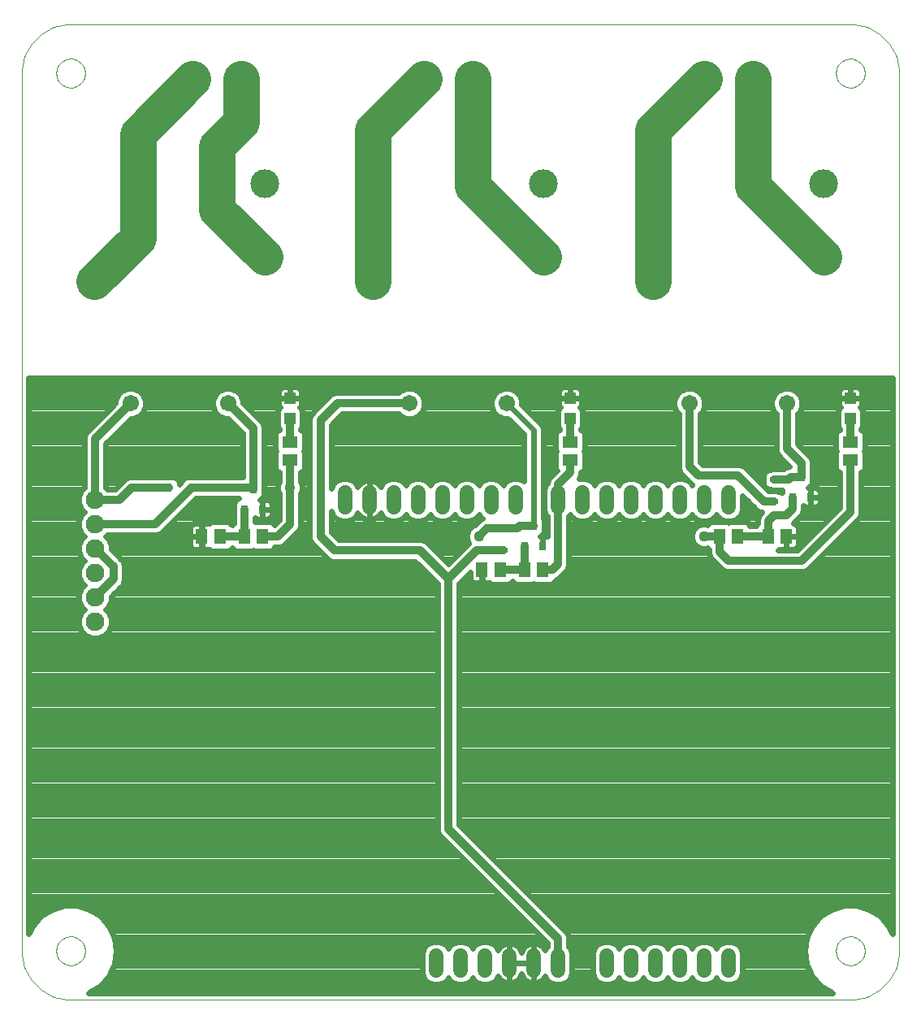
<source format=gtl>
G75*
G70*
%OFA0B0*%
%FSLAX24Y24*%
%IPPOS*%
%LPD*%
%AMOC8*
5,1,8,0,0,1.08239X$1,22.5*
%
%ADD10C,0.0000*%
%ADD11C,0.1181*%
%ADD12C,0.1210*%
%ADD13C,0.0673*%
%ADD14C,0.1300*%
%ADD15C,0.0760*%
%ADD16R,0.0315X0.0354*%
%ADD17R,0.0512X0.0630*%
%ADD18R,0.0472X0.0472*%
%ADD19R,0.0248X0.0327*%
%ADD20R,0.0327X0.0248*%
%ADD21C,0.0594*%
%ADD22R,0.0630X0.0512*%
%ADD23C,0.0320*%
%ADD24C,0.0160*%
%ADD25C,0.0240*%
%ADD26C,0.0436*%
%ADD27C,0.1500*%
D10*
X000728Y002728D02*
X000728Y038728D01*
X002137Y038728D02*
X002139Y038776D01*
X002145Y038824D01*
X002155Y038871D01*
X002168Y038917D01*
X002186Y038962D01*
X002206Y039006D01*
X002231Y039048D01*
X002259Y039087D01*
X002289Y039124D01*
X002323Y039158D01*
X002360Y039190D01*
X002398Y039219D01*
X002439Y039244D01*
X002482Y039266D01*
X002527Y039284D01*
X002573Y039298D01*
X002620Y039309D01*
X002668Y039316D01*
X002716Y039319D01*
X002764Y039318D01*
X002812Y039313D01*
X002860Y039304D01*
X002906Y039292D01*
X002951Y039275D01*
X002995Y039255D01*
X003037Y039232D01*
X003077Y039205D01*
X003115Y039175D01*
X003150Y039142D01*
X003182Y039106D01*
X003212Y039068D01*
X003238Y039027D01*
X003260Y038984D01*
X003280Y038940D01*
X003295Y038895D01*
X003307Y038848D01*
X003315Y038800D01*
X003319Y038752D01*
X003319Y038704D01*
X003315Y038656D01*
X003307Y038608D01*
X003295Y038561D01*
X003280Y038516D01*
X003260Y038472D01*
X003238Y038429D01*
X003212Y038388D01*
X003182Y038350D01*
X003150Y038314D01*
X003115Y038281D01*
X003077Y038251D01*
X003037Y038224D01*
X002995Y038201D01*
X002951Y038181D01*
X002906Y038164D01*
X002860Y038152D01*
X002812Y038143D01*
X002764Y038138D01*
X002716Y038137D01*
X002668Y038140D01*
X002620Y038147D01*
X002573Y038158D01*
X002527Y038172D01*
X002482Y038190D01*
X002439Y038212D01*
X002398Y038237D01*
X002360Y038266D01*
X002323Y038298D01*
X002289Y038332D01*
X002259Y038369D01*
X002231Y038408D01*
X002206Y038450D01*
X002186Y038494D01*
X002168Y038539D01*
X002155Y038585D01*
X002145Y038632D01*
X002139Y038680D01*
X002137Y038728D01*
X000728Y038728D02*
X000730Y038823D01*
X000737Y038918D01*
X000748Y039013D01*
X000764Y039107D01*
X000784Y039200D01*
X000809Y039291D01*
X000838Y039382D01*
X000871Y039471D01*
X000909Y039559D01*
X000950Y039644D01*
X000996Y039728D01*
X001045Y039809D01*
X001099Y039888D01*
X001156Y039964D01*
X001217Y040038D01*
X001281Y040108D01*
X001348Y040175D01*
X001418Y040239D01*
X001492Y040300D01*
X001568Y040357D01*
X001647Y040411D01*
X001728Y040460D01*
X001812Y040506D01*
X001897Y040547D01*
X001985Y040585D01*
X002074Y040618D01*
X002165Y040647D01*
X002256Y040672D01*
X002349Y040692D01*
X002443Y040708D01*
X002538Y040719D01*
X002633Y040726D01*
X002728Y040728D01*
X034728Y040728D01*
X034137Y038728D02*
X034139Y038776D01*
X034145Y038824D01*
X034155Y038871D01*
X034168Y038917D01*
X034186Y038962D01*
X034206Y039006D01*
X034231Y039048D01*
X034259Y039087D01*
X034289Y039124D01*
X034323Y039158D01*
X034360Y039190D01*
X034398Y039219D01*
X034439Y039244D01*
X034482Y039266D01*
X034527Y039284D01*
X034573Y039298D01*
X034620Y039309D01*
X034668Y039316D01*
X034716Y039319D01*
X034764Y039318D01*
X034812Y039313D01*
X034860Y039304D01*
X034906Y039292D01*
X034951Y039275D01*
X034995Y039255D01*
X035037Y039232D01*
X035077Y039205D01*
X035115Y039175D01*
X035150Y039142D01*
X035182Y039106D01*
X035212Y039068D01*
X035238Y039027D01*
X035260Y038984D01*
X035280Y038940D01*
X035295Y038895D01*
X035307Y038848D01*
X035315Y038800D01*
X035319Y038752D01*
X035319Y038704D01*
X035315Y038656D01*
X035307Y038608D01*
X035295Y038561D01*
X035280Y038516D01*
X035260Y038472D01*
X035238Y038429D01*
X035212Y038388D01*
X035182Y038350D01*
X035150Y038314D01*
X035115Y038281D01*
X035077Y038251D01*
X035037Y038224D01*
X034995Y038201D01*
X034951Y038181D01*
X034906Y038164D01*
X034860Y038152D01*
X034812Y038143D01*
X034764Y038138D01*
X034716Y038137D01*
X034668Y038140D01*
X034620Y038147D01*
X034573Y038158D01*
X034527Y038172D01*
X034482Y038190D01*
X034439Y038212D01*
X034398Y038237D01*
X034360Y038266D01*
X034323Y038298D01*
X034289Y038332D01*
X034259Y038369D01*
X034231Y038408D01*
X034206Y038450D01*
X034186Y038494D01*
X034168Y038539D01*
X034155Y038585D01*
X034145Y038632D01*
X034139Y038680D01*
X034137Y038728D01*
X034728Y040728D02*
X034823Y040726D01*
X034918Y040719D01*
X035013Y040708D01*
X035107Y040692D01*
X035200Y040672D01*
X035291Y040647D01*
X035382Y040618D01*
X035471Y040585D01*
X035559Y040547D01*
X035644Y040506D01*
X035728Y040460D01*
X035809Y040411D01*
X035888Y040357D01*
X035964Y040300D01*
X036038Y040239D01*
X036108Y040175D01*
X036175Y040108D01*
X036239Y040038D01*
X036300Y039964D01*
X036357Y039888D01*
X036411Y039809D01*
X036460Y039728D01*
X036506Y039644D01*
X036547Y039559D01*
X036585Y039471D01*
X036618Y039382D01*
X036647Y039291D01*
X036672Y039200D01*
X036692Y039107D01*
X036708Y039013D01*
X036719Y038918D01*
X036726Y038823D01*
X036728Y038728D01*
X036728Y002728D01*
X034137Y002728D02*
X034139Y002776D01*
X034145Y002824D01*
X034155Y002871D01*
X034168Y002917D01*
X034186Y002962D01*
X034206Y003006D01*
X034231Y003048D01*
X034259Y003087D01*
X034289Y003124D01*
X034323Y003158D01*
X034360Y003190D01*
X034398Y003219D01*
X034439Y003244D01*
X034482Y003266D01*
X034527Y003284D01*
X034573Y003298D01*
X034620Y003309D01*
X034668Y003316D01*
X034716Y003319D01*
X034764Y003318D01*
X034812Y003313D01*
X034860Y003304D01*
X034906Y003292D01*
X034951Y003275D01*
X034995Y003255D01*
X035037Y003232D01*
X035077Y003205D01*
X035115Y003175D01*
X035150Y003142D01*
X035182Y003106D01*
X035212Y003068D01*
X035238Y003027D01*
X035260Y002984D01*
X035280Y002940D01*
X035295Y002895D01*
X035307Y002848D01*
X035315Y002800D01*
X035319Y002752D01*
X035319Y002704D01*
X035315Y002656D01*
X035307Y002608D01*
X035295Y002561D01*
X035280Y002516D01*
X035260Y002472D01*
X035238Y002429D01*
X035212Y002388D01*
X035182Y002350D01*
X035150Y002314D01*
X035115Y002281D01*
X035077Y002251D01*
X035037Y002224D01*
X034995Y002201D01*
X034951Y002181D01*
X034906Y002164D01*
X034860Y002152D01*
X034812Y002143D01*
X034764Y002138D01*
X034716Y002137D01*
X034668Y002140D01*
X034620Y002147D01*
X034573Y002158D01*
X034527Y002172D01*
X034482Y002190D01*
X034439Y002212D01*
X034398Y002237D01*
X034360Y002266D01*
X034323Y002298D01*
X034289Y002332D01*
X034259Y002369D01*
X034231Y002408D01*
X034206Y002450D01*
X034186Y002494D01*
X034168Y002539D01*
X034155Y002585D01*
X034145Y002632D01*
X034139Y002680D01*
X034137Y002728D01*
X034728Y000728D02*
X034823Y000730D01*
X034918Y000737D01*
X035013Y000748D01*
X035107Y000764D01*
X035200Y000784D01*
X035291Y000809D01*
X035382Y000838D01*
X035471Y000871D01*
X035559Y000909D01*
X035644Y000950D01*
X035728Y000996D01*
X035809Y001045D01*
X035888Y001099D01*
X035964Y001156D01*
X036038Y001217D01*
X036108Y001281D01*
X036175Y001348D01*
X036239Y001418D01*
X036300Y001492D01*
X036357Y001568D01*
X036411Y001647D01*
X036460Y001728D01*
X036506Y001812D01*
X036547Y001897D01*
X036585Y001985D01*
X036618Y002074D01*
X036647Y002165D01*
X036672Y002256D01*
X036692Y002349D01*
X036708Y002443D01*
X036719Y002538D01*
X036726Y002633D01*
X036728Y002728D01*
X034728Y000728D02*
X002728Y000728D01*
X002137Y002728D02*
X002139Y002776D01*
X002145Y002824D01*
X002155Y002871D01*
X002168Y002917D01*
X002186Y002962D01*
X002206Y003006D01*
X002231Y003048D01*
X002259Y003087D01*
X002289Y003124D01*
X002323Y003158D01*
X002360Y003190D01*
X002398Y003219D01*
X002439Y003244D01*
X002482Y003266D01*
X002527Y003284D01*
X002573Y003298D01*
X002620Y003309D01*
X002668Y003316D01*
X002716Y003319D01*
X002764Y003318D01*
X002812Y003313D01*
X002860Y003304D01*
X002906Y003292D01*
X002951Y003275D01*
X002995Y003255D01*
X003037Y003232D01*
X003077Y003205D01*
X003115Y003175D01*
X003150Y003142D01*
X003182Y003106D01*
X003212Y003068D01*
X003238Y003027D01*
X003260Y002984D01*
X003280Y002940D01*
X003295Y002895D01*
X003307Y002848D01*
X003315Y002800D01*
X003319Y002752D01*
X003319Y002704D01*
X003315Y002656D01*
X003307Y002608D01*
X003295Y002561D01*
X003280Y002516D01*
X003260Y002472D01*
X003238Y002429D01*
X003212Y002388D01*
X003182Y002350D01*
X003150Y002314D01*
X003115Y002281D01*
X003077Y002251D01*
X003037Y002224D01*
X002995Y002201D01*
X002951Y002181D01*
X002906Y002164D01*
X002860Y002152D01*
X002812Y002143D01*
X002764Y002138D01*
X002716Y002137D01*
X002668Y002140D01*
X002620Y002147D01*
X002573Y002158D01*
X002527Y002172D01*
X002482Y002190D01*
X002439Y002212D01*
X002398Y002237D01*
X002360Y002266D01*
X002323Y002298D01*
X002289Y002332D01*
X002259Y002369D01*
X002231Y002408D01*
X002206Y002450D01*
X002186Y002494D01*
X002168Y002539D01*
X002155Y002585D01*
X002145Y002632D01*
X002139Y002680D01*
X002137Y002728D01*
X000728Y002728D02*
X000730Y002633D01*
X000737Y002538D01*
X000748Y002443D01*
X000764Y002349D01*
X000784Y002256D01*
X000809Y002165D01*
X000838Y002074D01*
X000871Y001985D01*
X000909Y001897D01*
X000950Y001812D01*
X000996Y001728D01*
X001045Y001647D01*
X001099Y001568D01*
X001156Y001492D01*
X001217Y001418D01*
X001281Y001348D01*
X001348Y001281D01*
X001418Y001217D01*
X001492Y001156D01*
X001568Y001099D01*
X001647Y001045D01*
X001728Y000996D01*
X001812Y000950D01*
X001897Y000909D01*
X001985Y000871D01*
X002074Y000838D01*
X002165Y000809D01*
X002256Y000784D01*
X002349Y000764D01*
X002443Y000748D01*
X002538Y000737D01*
X002633Y000730D01*
X002728Y000728D01*
D11*
X010684Y031185D03*
X010684Y034189D03*
X022122Y034189D03*
X022122Y031185D03*
X033622Y031185D03*
X033622Y034189D03*
D12*
X026629Y030185D03*
X015129Y030185D03*
X003692Y030185D03*
D13*
X005188Y025185D03*
X009188Y025185D03*
X016626Y025185D03*
X020626Y025185D03*
X028126Y025185D03*
X032126Y025185D03*
D14*
X030728Y038478D03*
X028728Y038478D03*
X019228Y038478D03*
X017228Y038478D03*
X009728Y038478D03*
X007728Y038478D03*
D15*
X003728Y021228D03*
X003728Y020228D03*
X003728Y019228D03*
X003728Y018228D03*
X003728Y017228D03*
X003728Y016228D03*
D16*
X009854Y020834D03*
X010602Y020834D03*
X010228Y021661D03*
X021354Y019334D03*
X022102Y019334D03*
X021728Y020161D03*
X032354Y021334D03*
X033102Y021334D03*
X032728Y022161D03*
D17*
X032102Y019728D03*
X031354Y019728D03*
X030102Y019728D03*
X029354Y019728D03*
X022102Y018353D03*
X021354Y018353D03*
X020352Y018353D03*
X019604Y018353D03*
X010602Y019728D03*
X009854Y019728D03*
X008852Y019728D03*
X008104Y019728D03*
D18*
X011728Y024564D03*
X011728Y025391D03*
X023228Y025391D03*
X023228Y024564D03*
X034728Y024564D03*
X034728Y025391D03*
D19*
X007681Y021728D03*
X006775Y021728D03*
D20*
X020478Y020056D03*
X020478Y019150D03*
X031603Y021150D03*
X031603Y022056D03*
D21*
X029728Y021525D02*
X029728Y020931D01*
X028728Y020931D02*
X028728Y021525D01*
X027728Y021525D02*
X027728Y020931D01*
X026728Y020931D02*
X026728Y021525D01*
X025728Y021525D02*
X025728Y020931D01*
X024728Y020931D02*
X024728Y021525D01*
X023728Y021525D02*
X023728Y020931D01*
X022728Y020931D02*
X022728Y021525D01*
X020978Y021525D02*
X020978Y020931D01*
X019978Y020931D02*
X019978Y021525D01*
X018978Y021525D02*
X018978Y020931D01*
X017978Y020931D02*
X017978Y021525D01*
X016978Y021525D02*
X016978Y020931D01*
X015978Y020931D02*
X015978Y021525D01*
X014978Y021525D02*
X014978Y020931D01*
X013978Y020931D02*
X013978Y021525D01*
X017728Y002525D02*
X017728Y001931D01*
X018728Y001931D02*
X018728Y002525D01*
X019728Y002525D02*
X019728Y001931D01*
X020728Y001931D02*
X020728Y002525D01*
X021728Y002525D02*
X021728Y001931D01*
X022728Y001931D02*
X022728Y002525D01*
X024728Y002525D02*
X024728Y001931D01*
X025728Y001931D02*
X025728Y002525D01*
X026728Y002525D02*
X026728Y001931D01*
X027728Y001931D02*
X027728Y002525D01*
X028728Y002525D02*
X028728Y001931D01*
X029728Y001931D02*
X029728Y002525D01*
D22*
X034728Y022854D03*
X034728Y023602D03*
X023228Y023602D03*
X023228Y022854D03*
X011728Y022854D03*
X011728Y023602D03*
D23*
X011728Y024564D01*
X012978Y024478D02*
X013685Y025185D01*
X016626Y025185D01*
X012978Y024478D02*
X012978Y019728D01*
X013556Y019150D01*
X017056Y019150D01*
X018228Y017978D01*
X018228Y007728D01*
X022728Y003228D01*
X022728Y002228D01*
X022478Y018353D02*
X022102Y018353D01*
X022478Y018353D02*
X022728Y018603D01*
X022728Y021228D01*
X022728Y021853D01*
X023228Y022353D01*
X023228Y022854D01*
X023228Y023602D02*
X023228Y024564D01*
X021728Y020161D02*
X021161Y020161D01*
X021056Y020056D01*
X020478Y020056D01*
X019806Y020056D01*
X019478Y019728D01*
X019400Y019150D02*
X018228Y017978D01*
X019400Y019150D02*
X020478Y019150D01*
X020352Y018353D02*
X021354Y018353D01*
X021354Y019334D01*
X028126Y022580D02*
X028478Y022228D01*
X030103Y022228D01*
X031181Y021150D01*
X031603Y021150D01*
X031603Y020603D02*
X032103Y020603D01*
X032353Y020853D01*
X032353Y021333D01*
X032181Y022056D02*
X031603Y022056D01*
X032181Y022056D02*
X032286Y022161D01*
X032728Y022161D01*
X032728Y022728D01*
X032126Y023330D01*
X032126Y025185D01*
X034728Y024564D02*
X034728Y023602D01*
X034728Y022854D02*
X034728Y020728D01*
X032728Y018728D01*
X029728Y018728D01*
X029354Y019102D01*
X029354Y019728D01*
X028728Y019728D01*
X030102Y019728D02*
X031354Y019728D01*
X031354Y020354D01*
X031603Y020603D01*
X028126Y022580D02*
X028126Y025185D01*
X011728Y022854D02*
X011728Y021728D01*
X011728Y020228D01*
X011228Y019728D01*
X010602Y019728D01*
X009854Y019728D02*
X008852Y019728D01*
X009854Y019728D02*
X009854Y020834D01*
X010228Y021661D02*
X010228Y024145D01*
X009188Y025185D01*
X010161Y021728D02*
X007681Y021728D01*
X006181Y020228D01*
X003728Y020228D01*
X003728Y021228D02*
X004728Y021228D01*
X005228Y021728D01*
X006775Y021728D01*
X003728Y023724D02*
X005188Y025185D01*
X003728Y023724D02*
X003728Y021228D01*
X003728Y019228D02*
X004478Y018478D01*
X004478Y017978D01*
X003728Y017228D01*
D24*
X009853Y019727D02*
X009854Y019728D01*
X010228Y021661D02*
X010161Y021728D01*
X021335Y019353D02*
X021354Y019334D01*
X032353Y021333D02*
X032354Y021334D01*
D25*
X031916Y021515D02*
X031822Y021554D01*
X031777Y021554D01*
X031690Y021590D01*
X031363Y021590D01*
X030352Y022601D01*
X030190Y022668D01*
X030015Y022668D01*
X028660Y022668D01*
X028565Y022762D01*
X028565Y024753D01*
X028648Y024835D01*
X028742Y025062D01*
X028742Y025307D01*
X028648Y025534D01*
X028475Y025707D01*
X028248Y025801D01*
X028003Y025801D01*
X027776Y025707D01*
X027603Y025534D01*
X027509Y025307D01*
X027509Y025062D01*
X027603Y024835D01*
X027686Y024753D01*
X027686Y022668D01*
X027686Y022493D01*
X027752Y022331D01*
X028105Y021979D01*
X028229Y021855D01*
X028238Y021851D01*
X028228Y021826D01*
X028217Y021852D01*
X028055Y022014D01*
X027843Y022102D01*
X027613Y022102D01*
X027401Y022014D01*
X027239Y021852D01*
X027228Y021826D01*
X027217Y021852D01*
X027055Y022014D01*
X026843Y022102D01*
X026613Y022102D01*
X026401Y022014D01*
X026239Y021852D01*
X026228Y021826D01*
X026217Y021852D01*
X026055Y022014D01*
X025843Y022102D01*
X025613Y022102D01*
X025401Y022014D01*
X025239Y021852D01*
X025228Y021826D01*
X025217Y021852D01*
X025055Y022014D01*
X024843Y022102D01*
X024613Y022102D01*
X024401Y022014D01*
X024239Y021852D01*
X024228Y021826D01*
X024217Y021852D01*
X024055Y022014D01*
X023843Y022102D01*
X023613Y022102D01*
X023590Y022092D01*
X023601Y022104D01*
X023668Y022265D01*
X023668Y022347D01*
X023701Y022361D01*
X023780Y022439D01*
X023823Y022542D01*
X023823Y023165D01*
X023797Y023228D01*
X023823Y023290D01*
X023823Y023913D01*
X023780Y024016D01*
X023701Y024095D01*
X023668Y024109D01*
X023668Y024136D01*
X023701Y024170D01*
X023744Y024273D01*
X023744Y024856D01*
X023701Y024959D01*
X023640Y025020D01*
X023669Y025070D01*
X023684Y025126D01*
X023684Y025391D01*
X023228Y025391D01*
X023228Y025391D01*
X023684Y025391D01*
X023684Y025656D01*
X023669Y025712D01*
X023640Y025763D01*
X023599Y025804D01*
X023549Y025832D01*
X023493Y025847D01*
X023228Y025847D01*
X023228Y025392D01*
X023228Y025392D01*
X023228Y025847D01*
X022963Y025847D01*
X022907Y025832D01*
X022857Y025804D01*
X022816Y025763D01*
X022787Y025712D01*
X022772Y025656D01*
X022772Y025391D01*
X022772Y025126D01*
X022787Y025070D01*
X022815Y025020D01*
X022754Y024959D01*
X022712Y024856D01*
X022712Y024273D01*
X022754Y024170D01*
X022788Y024136D01*
X022788Y024109D01*
X022754Y024095D01*
X022676Y024016D01*
X022633Y023913D01*
X022633Y023290D01*
X022659Y023228D01*
X022633Y023165D01*
X022633Y022542D01*
X022676Y022439D01*
X022684Y022431D01*
X022479Y022226D01*
X022479Y022226D01*
X022355Y022102D01*
X022288Y021940D01*
X022288Y021901D01*
X022239Y021852D01*
X022151Y021640D01*
X022151Y020816D01*
X022239Y020604D01*
X022288Y020554D01*
X022288Y019731D01*
X022102Y019731D01*
X022102Y019335D01*
X022102Y019335D01*
X022102Y019731D01*
X022007Y019731D01*
X022044Y019746D01*
X022123Y019825D01*
X022165Y019928D01*
X022165Y020067D01*
X022168Y020073D01*
X022168Y020248D01*
X022165Y020255D01*
X022165Y020394D01*
X022128Y020484D01*
X022128Y024003D01*
X022128Y024162D01*
X022067Y024309D01*
X021242Y025134D01*
X021242Y025307D01*
X021148Y025534D01*
X020975Y025707D01*
X020748Y025801D01*
X020503Y025801D01*
X020276Y025707D01*
X020103Y025534D01*
X020009Y025307D01*
X020009Y025062D01*
X020103Y024835D01*
X020276Y024662D01*
X020503Y024568D01*
X020676Y024568D01*
X021328Y023916D01*
X021328Y021991D01*
X021305Y022014D01*
X021093Y022102D01*
X020863Y022102D01*
X020651Y022014D01*
X020489Y021852D01*
X020478Y021826D01*
X020467Y021852D01*
X020305Y022014D01*
X020093Y022102D01*
X019863Y022102D01*
X019651Y022014D01*
X019489Y021852D01*
X019478Y021826D01*
X019467Y021852D01*
X019305Y022014D01*
X019093Y022102D01*
X018863Y022102D01*
X018651Y022014D01*
X018489Y021852D01*
X018478Y021826D01*
X018467Y021852D01*
X018305Y022014D01*
X018093Y022102D01*
X017863Y022102D01*
X017651Y022014D01*
X017489Y021852D01*
X017478Y021826D01*
X017467Y021852D01*
X017305Y022014D01*
X017093Y022102D01*
X016863Y022102D01*
X016651Y022014D01*
X016489Y021852D01*
X016478Y021826D01*
X016467Y021852D01*
X016305Y022014D01*
X016093Y022102D01*
X015863Y022102D01*
X015651Y022014D01*
X015489Y021852D01*
X015445Y021747D01*
X015420Y021796D01*
X015372Y021862D01*
X015315Y021919D01*
X015249Y021967D01*
X015176Y022004D01*
X015099Y022029D01*
X015019Y022042D01*
X014978Y022042D01*
X014978Y021228D01*
X014978Y021228D01*
X014978Y022042D01*
X014937Y022042D01*
X014857Y022029D01*
X014779Y022004D01*
X014707Y021967D01*
X014641Y021919D01*
X014583Y021862D01*
X014536Y021796D01*
X014511Y021747D01*
X014467Y021852D01*
X014305Y022014D01*
X014093Y022102D01*
X013863Y022102D01*
X013651Y022014D01*
X013489Y021852D01*
X013418Y021681D01*
X013418Y024296D01*
X013867Y024745D01*
X016194Y024745D01*
X016276Y024662D01*
X016503Y024568D01*
X016748Y024568D01*
X016975Y024662D01*
X017148Y024835D01*
X017242Y025062D01*
X017242Y025307D01*
X017148Y025534D01*
X016975Y025707D01*
X016748Y025801D01*
X016503Y025801D01*
X016276Y025707D01*
X016194Y025625D01*
X013772Y025625D01*
X013597Y025625D01*
X013435Y025558D01*
X012605Y024727D01*
X012538Y024565D01*
X012538Y024390D01*
X012538Y019815D01*
X012538Y019640D01*
X012605Y019479D01*
X013183Y018901D01*
X013306Y018777D01*
X013468Y018710D01*
X016873Y018710D01*
X017788Y017796D01*
X017788Y007815D01*
X017788Y007640D01*
X017855Y007479D01*
X022288Y003046D01*
X022288Y002901D01*
X022239Y002852D01*
X022195Y002747D01*
X022170Y002796D01*
X022122Y002862D01*
X022065Y002919D01*
X021999Y002967D01*
X021926Y003004D01*
X021849Y003029D01*
X021769Y003042D01*
X021728Y003042D01*
X021728Y002228D01*
X021728Y002228D01*
X021728Y003042D01*
X021687Y003042D01*
X021607Y003029D01*
X021529Y003004D01*
X021457Y002967D01*
X021391Y002919D01*
X021333Y002862D01*
X021286Y002796D01*
X021249Y002724D01*
X021228Y002660D01*
X021207Y002724D01*
X021170Y002796D01*
X021122Y002862D01*
X021065Y002919D01*
X020999Y002967D01*
X020926Y003004D01*
X020849Y003029D01*
X020769Y003042D01*
X020728Y003042D01*
X020728Y002228D01*
X020728Y002228D01*
X021245Y002228D01*
X021727Y002228D01*
X021727Y002228D01*
X021245Y002228D01*
X020728Y002228D01*
X020728Y002228D01*
X020728Y003042D01*
X020687Y003042D01*
X020607Y003029D01*
X020529Y003004D01*
X020457Y002967D01*
X020391Y002919D01*
X020333Y002862D01*
X020286Y002796D01*
X020261Y002747D01*
X020217Y002852D01*
X020055Y003014D01*
X019843Y003102D01*
X019613Y003102D01*
X019401Y003014D01*
X019239Y002852D01*
X019228Y002826D01*
X019217Y002852D01*
X019055Y003014D01*
X018843Y003102D01*
X018613Y003102D01*
X018401Y003014D01*
X018239Y002852D01*
X018228Y002826D01*
X018217Y002852D01*
X018055Y003014D01*
X017843Y003102D01*
X017613Y003102D01*
X017401Y003014D01*
X017239Y002852D01*
X017151Y002640D01*
X017151Y001816D01*
X017239Y001604D01*
X017401Y001441D01*
X017613Y001354D01*
X017843Y001354D01*
X018055Y001441D01*
X018217Y001604D01*
X018228Y001630D01*
X018239Y001604D01*
X018401Y001441D01*
X018613Y001354D01*
X018843Y001354D01*
X019055Y001441D01*
X019217Y001604D01*
X019228Y001630D01*
X019239Y001604D01*
X019401Y001441D01*
X019613Y001354D01*
X019843Y001354D01*
X020055Y001441D01*
X020217Y001604D01*
X020261Y001709D01*
X020286Y001660D01*
X020333Y001594D01*
X020391Y001536D01*
X020457Y001488D01*
X020529Y001451D01*
X020607Y001426D01*
X020687Y001414D01*
X020728Y001414D01*
X020769Y001414D01*
X020849Y001426D01*
X020926Y001451D01*
X020999Y001488D01*
X021065Y001536D01*
X021122Y001594D01*
X021170Y001660D01*
X021207Y001732D01*
X021228Y001796D01*
X021249Y001732D01*
X021286Y001660D01*
X021333Y001594D01*
X021391Y001536D01*
X021457Y001488D01*
X021529Y001451D01*
X021607Y001426D01*
X021687Y001414D01*
X021728Y001414D01*
X021769Y001414D01*
X021849Y001426D01*
X021926Y001451D01*
X021999Y001488D01*
X022065Y001536D01*
X022122Y001594D01*
X022170Y001660D01*
X022195Y001709D01*
X022239Y001604D01*
X022401Y001441D01*
X022613Y001354D01*
X022843Y001354D01*
X023055Y001441D01*
X023217Y001604D01*
X023305Y001816D01*
X023305Y002640D01*
X023217Y002852D01*
X023168Y002901D01*
X023168Y003315D01*
X023101Y003477D01*
X022977Y003601D01*
X018668Y007910D01*
X018668Y017796D01*
X019128Y018256D01*
X019128Y018009D01*
X019143Y017953D01*
X019172Y017903D01*
X019213Y017862D01*
X019263Y017833D01*
X019319Y017818D01*
X019596Y017818D01*
X019596Y018345D01*
X019612Y018345D01*
X019612Y017818D01*
X019889Y017818D01*
X019913Y017825D01*
X019937Y017801D01*
X020040Y017758D01*
X020663Y017758D01*
X020766Y017801D01*
X020845Y017879D01*
X020853Y017898D01*
X020861Y017879D01*
X020939Y017801D01*
X021042Y017758D01*
X021665Y017758D01*
X021728Y017784D01*
X021790Y017758D01*
X022413Y017758D01*
X022516Y017801D01*
X022595Y017879D01*
X022618Y017935D01*
X022727Y017980D01*
X022851Y018104D01*
X023101Y018354D01*
X023168Y018515D01*
X023168Y018690D01*
X023168Y020554D01*
X023217Y020604D01*
X023228Y020630D01*
X023239Y020604D01*
X023401Y020441D01*
X023613Y020354D01*
X023843Y020354D01*
X024055Y020441D01*
X024217Y020604D01*
X024228Y020630D01*
X024239Y020604D01*
X024401Y020441D01*
X024613Y020354D01*
X024843Y020354D01*
X025055Y020441D01*
X025217Y020604D01*
X025228Y020630D01*
X025239Y020604D01*
X025401Y020441D01*
X025613Y020354D01*
X025843Y020354D01*
X026055Y020441D01*
X026217Y020604D01*
X026228Y020630D01*
X026239Y020604D01*
X026401Y020441D01*
X026613Y020354D01*
X026843Y020354D01*
X027055Y020441D01*
X027217Y020604D01*
X027228Y020630D01*
X027239Y020604D01*
X027401Y020441D01*
X027613Y020354D01*
X027843Y020354D01*
X028055Y020441D01*
X028217Y020604D01*
X028228Y020630D01*
X028239Y020604D01*
X028401Y020441D01*
X028613Y020354D01*
X028843Y020354D01*
X029055Y020441D01*
X029217Y020604D01*
X029228Y020630D01*
X029239Y020604D01*
X029401Y020441D01*
X029613Y020354D01*
X029843Y020354D01*
X030055Y020441D01*
X030217Y020604D01*
X030305Y020816D01*
X030305Y021404D01*
X030931Y020777D01*
X031089Y020712D01*
X030981Y020603D01*
X030914Y020441D01*
X030914Y020266D01*
X030914Y020255D01*
X030861Y020201D01*
X030847Y020168D01*
X030609Y020168D01*
X030595Y020201D01*
X030516Y020280D01*
X030413Y020323D01*
X029790Y020323D01*
X029728Y020297D01*
X029665Y020323D01*
X029042Y020323D01*
X028939Y020280D01*
X028868Y020209D01*
X028827Y020226D01*
X028629Y020226D01*
X028446Y020150D01*
X028306Y020010D01*
X028230Y019827D01*
X028230Y019629D01*
X028306Y019446D01*
X028446Y019306D01*
X028629Y019230D01*
X028827Y019230D01*
X028868Y019247D01*
X028914Y019201D01*
X028914Y019189D01*
X028914Y019014D01*
X028981Y018853D01*
X029355Y018479D01*
X029355Y018479D01*
X029479Y018355D01*
X029640Y018288D01*
X032640Y018288D01*
X032815Y018288D01*
X032977Y018355D01*
X035101Y020479D01*
X035168Y020640D01*
X035168Y020815D01*
X035168Y022347D01*
X035201Y022361D01*
X035280Y022439D01*
X035323Y022542D01*
X035323Y023165D01*
X035297Y023228D01*
X035323Y023290D01*
X035323Y023913D01*
X035280Y024016D01*
X035201Y024095D01*
X035168Y024109D01*
X035168Y024136D01*
X035201Y024170D01*
X035244Y024273D01*
X035244Y024856D01*
X035201Y024959D01*
X035140Y025020D01*
X035169Y025070D01*
X035184Y025126D01*
X035184Y025391D01*
X034728Y025391D01*
X034728Y025391D01*
X035184Y025391D01*
X035184Y025656D01*
X035169Y025712D01*
X035140Y025763D01*
X035099Y025804D01*
X035049Y025832D01*
X034993Y025847D01*
X034728Y025847D01*
X034728Y025392D01*
X034728Y025392D01*
X034728Y025847D01*
X034463Y025847D01*
X034407Y025832D01*
X034357Y025804D01*
X034316Y025763D01*
X034287Y025712D01*
X034272Y025656D01*
X034272Y025391D01*
X034272Y025126D01*
X034287Y025070D01*
X034315Y025020D01*
X034254Y024959D01*
X034212Y024856D01*
X034212Y024273D01*
X034254Y024170D01*
X034288Y024136D01*
X034288Y024109D01*
X034254Y024095D01*
X034176Y024016D01*
X034133Y023913D01*
X034133Y023290D01*
X034159Y023228D01*
X034133Y023165D01*
X034133Y022542D01*
X034176Y022439D01*
X034254Y022361D01*
X034288Y022347D01*
X034288Y020910D01*
X032546Y019168D01*
X031750Y019168D01*
X031768Y019176D01*
X031792Y019200D01*
X031817Y019193D01*
X032094Y019193D01*
X032094Y019720D01*
X032110Y019720D01*
X032110Y019736D01*
X032578Y019736D01*
X032578Y020072D01*
X032563Y020128D01*
X032534Y020178D01*
X032493Y020219D01*
X032443Y020248D01*
X032387Y020263D01*
X032385Y020263D01*
X032602Y020480D01*
X032726Y020604D01*
X032793Y020765D01*
X032793Y020997D01*
X032809Y020981D01*
X032859Y020952D01*
X032915Y020937D01*
X033102Y020937D01*
X033288Y020937D01*
X033344Y020952D01*
X033394Y020981D01*
X033435Y021022D01*
X033464Y021072D01*
X033479Y021128D01*
X033479Y021334D01*
X033102Y021334D01*
X033102Y021334D01*
X033102Y020937D01*
X033102Y021334D01*
X033102Y021334D01*
X033479Y021334D01*
X033479Y021540D01*
X033464Y021596D01*
X033435Y021646D01*
X033394Y021687D01*
X033344Y021716D01*
X033288Y021731D01*
X033102Y021731D01*
X033102Y021335D01*
X033102Y021335D01*
X033102Y021731D01*
X033007Y021731D01*
X033044Y021746D01*
X033123Y021825D01*
X033165Y021928D01*
X033165Y022067D01*
X033168Y022073D01*
X033168Y022815D01*
X033101Y022977D01*
X032977Y023101D01*
X032565Y023512D01*
X032565Y024753D01*
X032648Y024835D01*
X032742Y025062D01*
X032742Y025307D01*
X032648Y025534D01*
X032475Y025707D01*
X032248Y025801D01*
X032003Y025801D01*
X031776Y025707D01*
X031603Y025534D01*
X031509Y025307D01*
X031509Y025062D01*
X031603Y024835D01*
X031686Y024753D01*
X031686Y023243D01*
X031752Y023081D01*
X031876Y022957D01*
X032233Y022601D01*
X032198Y022601D01*
X032037Y022534D01*
X031998Y022496D01*
X031515Y022496D01*
X031428Y022460D01*
X031384Y022460D01*
X031281Y022417D01*
X031202Y022338D01*
X031159Y022235D01*
X031159Y021876D01*
X031202Y021773D01*
X031281Y021694D01*
X031384Y021652D01*
X031428Y021652D01*
X031515Y021616D01*
X031937Y021616D01*
X031916Y021567D01*
X031916Y021515D01*
X031330Y021674D02*
X031279Y021674D01*
X031159Y021912D02*
X031041Y021912D01*
X031159Y022151D02*
X030802Y022151D01*
X030563Y022389D02*
X031253Y022389D01*
X031967Y022867D02*
X028565Y022867D01*
X028565Y023105D02*
X031742Y023105D01*
X031686Y023344D02*
X028565Y023344D01*
X028565Y023582D02*
X031686Y023582D01*
X031686Y023821D02*
X028565Y023821D01*
X028565Y024059D02*
X031686Y024059D01*
X031686Y024298D02*
X028565Y024298D01*
X028565Y024536D02*
X031686Y024536D01*
X031663Y024775D02*
X028588Y024775D01*
X028722Y025013D02*
X031529Y025013D01*
X031509Y025252D02*
X028742Y025252D01*
X028666Y025491D02*
X031585Y025491D01*
X031829Y025729D02*
X028422Y025729D01*
X027829Y025729D02*
X023659Y025729D01*
X023684Y025491D02*
X027585Y025491D01*
X027509Y025252D02*
X023684Y025252D01*
X023647Y025013D02*
X027529Y025013D01*
X027663Y024775D02*
X023744Y024775D01*
X023744Y024536D02*
X027686Y024536D01*
X027686Y024298D02*
X023744Y024298D01*
X023737Y024059D02*
X027686Y024059D01*
X027686Y023821D02*
X023823Y023821D01*
X023823Y023582D02*
X027686Y023582D01*
X027686Y023344D02*
X023823Y023344D01*
X023823Y023105D02*
X027686Y023105D01*
X027686Y022867D02*
X023823Y022867D01*
X023823Y022628D02*
X027686Y022628D01*
X027728Y022389D02*
X023730Y022389D01*
X023620Y022151D02*
X027933Y022151D01*
X028157Y021912D02*
X028171Y021912D01*
X027299Y021912D02*
X027157Y021912D01*
X026299Y021912D02*
X026157Y021912D01*
X025299Y021912D02*
X025157Y021912D01*
X024299Y021912D02*
X024157Y021912D01*
X024095Y020481D02*
X024361Y020481D01*
X025095Y020481D02*
X025361Y020481D01*
X026095Y020481D02*
X026361Y020481D01*
X027095Y020481D02*
X027361Y020481D01*
X028095Y020481D02*
X028361Y020481D01*
X028303Y020004D02*
X023168Y020004D01*
X023168Y019766D02*
X028230Y019766D01*
X028272Y019527D02*
X023168Y019527D01*
X023168Y019288D02*
X028487Y019288D01*
X028914Y019050D02*
X023168Y019050D01*
X023168Y018811D02*
X029022Y018811D01*
X029261Y018573D02*
X023168Y018573D01*
X023081Y018334D02*
X029528Y018334D01*
X028902Y020243D02*
X023168Y020243D01*
X023168Y020481D02*
X023361Y020481D01*
X022288Y020481D02*
X022129Y020481D01*
X022128Y020720D02*
X022191Y020720D01*
X022151Y020958D02*
X022128Y020958D01*
X022128Y021197D02*
X022151Y021197D01*
X022151Y021435D02*
X022128Y021435D01*
X022128Y021674D02*
X022165Y021674D01*
X022128Y021912D02*
X022288Y021912D01*
X022404Y022151D02*
X022128Y022151D01*
X022128Y022389D02*
X022642Y022389D01*
X022633Y022628D02*
X022128Y022628D01*
X022128Y022867D02*
X022633Y022867D01*
X022633Y023105D02*
X022128Y023105D01*
X022128Y023344D02*
X022633Y023344D01*
X022633Y023582D02*
X022128Y023582D01*
X022128Y023821D02*
X022633Y023821D01*
X022718Y024059D02*
X022128Y024059D01*
X022071Y024298D02*
X022712Y024298D01*
X022712Y024536D02*
X021839Y024536D01*
X021601Y024775D02*
X022712Y024775D01*
X022809Y025013D02*
X021362Y025013D01*
X021242Y025252D02*
X022772Y025252D01*
X022772Y025391D02*
X023227Y025391D01*
X023227Y025391D01*
X022772Y025391D01*
X022772Y025491D02*
X021166Y025491D01*
X020922Y025729D02*
X022796Y025729D01*
X023228Y025729D02*
X023228Y025729D01*
X023228Y025491D02*
X023228Y025491D01*
X021728Y024082D02*
X020626Y025185D01*
X020708Y024536D02*
X013659Y024536D01*
X013420Y024298D02*
X020947Y024298D01*
X021185Y024059D02*
X013418Y024059D01*
X013418Y023821D02*
X021328Y023821D01*
X021328Y023582D02*
X013418Y023582D01*
X013418Y023344D02*
X021328Y023344D01*
X021328Y023105D02*
X013418Y023105D01*
X013418Y022867D02*
X021328Y022867D01*
X021328Y022628D02*
X013418Y022628D01*
X013418Y022389D02*
X021328Y022389D01*
X021328Y022151D02*
X013418Y022151D01*
X013418Y021912D02*
X013549Y021912D01*
X014407Y021912D02*
X014634Y021912D01*
X014978Y021912D02*
X014978Y021912D01*
X014978Y021674D02*
X014978Y021674D01*
X014978Y021435D02*
X014978Y021435D01*
X014978Y021227D02*
X014978Y020414D01*
X015019Y020414D01*
X015099Y020426D01*
X015176Y020451D01*
X015249Y020488D01*
X015315Y020536D01*
X015372Y020594D01*
X015420Y020660D01*
X015445Y020709D01*
X015489Y020604D01*
X015651Y020441D01*
X015863Y020354D01*
X016093Y020354D01*
X016305Y020441D01*
X016467Y020604D01*
X016478Y020630D01*
X016489Y020604D01*
X016651Y020441D01*
X016863Y020354D01*
X017093Y020354D01*
X017305Y020441D01*
X017467Y020604D01*
X017478Y020630D01*
X017489Y020604D01*
X017651Y020441D01*
X017863Y020354D01*
X018093Y020354D01*
X018305Y020441D01*
X018467Y020604D01*
X018478Y020630D01*
X018489Y020604D01*
X018651Y020441D01*
X018863Y020354D01*
X019093Y020354D01*
X019305Y020441D01*
X019467Y020604D01*
X019478Y020630D01*
X019489Y020604D01*
X019632Y020460D01*
X019556Y020429D01*
X019336Y020208D01*
X019196Y020150D01*
X019056Y020010D01*
X018980Y019827D01*
X018980Y019629D01*
X019056Y019446D01*
X019065Y019437D01*
X018228Y018600D01*
X017305Y019523D01*
X017143Y019590D01*
X016968Y019590D01*
X013738Y019590D01*
X013418Y019910D01*
X013418Y020775D01*
X013489Y020604D01*
X013651Y020441D01*
X013863Y020354D01*
X014093Y020354D01*
X014305Y020441D01*
X014467Y020604D01*
X014511Y020709D01*
X014536Y020660D01*
X014583Y020594D01*
X014641Y020536D01*
X014707Y020488D01*
X014779Y020451D01*
X014857Y020426D01*
X014937Y020414D01*
X014978Y020414D01*
X014978Y021227D01*
X014978Y021227D01*
X014978Y021197D02*
X014978Y021197D01*
X014978Y020958D02*
X014978Y020958D01*
X014978Y020720D02*
X014978Y020720D01*
X014978Y020481D02*
X014978Y020481D01*
X015235Y020481D02*
X015611Y020481D01*
X016345Y020481D02*
X016611Y020481D01*
X017345Y020481D02*
X017611Y020481D01*
X018345Y020481D02*
X018611Y020481D01*
X019053Y020004D02*
X013418Y020004D01*
X013418Y020243D02*
X019370Y020243D01*
X019345Y020481D02*
X019611Y020481D01*
X018980Y019766D02*
X013562Y019766D01*
X013611Y020481D02*
X013418Y020481D01*
X013418Y020720D02*
X013441Y020720D01*
X012538Y020720D02*
X012168Y020720D01*
X012168Y020958D02*
X012538Y020958D01*
X012538Y021197D02*
X012168Y021197D01*
X012168Y021435D02*
X012538Y021435D01*
X012538Y021674D02*
X012226Y021674D01*
X012226Y021629D02*
X012226Y021827D01*
X012168Y021967D01*
X012168Y022347D01*
X012201Y022361D01*
X012280Y022439D01*
X012323Y022542D01*
X012323Y023165D01*
X012297Y023228D01*
X012323Y023290D01*
X012323Y023913D01*
X012280Y024016D01*
X012201Y024095D01*
X012168Y024109D01*
X012168Y024136D01*
X012201Y024170D01*
X012244Y024273D01*
X012244Y024856D01*
X012201Y024959D01*
X012140Y025020D01*
X012169Y025070D01*
X012184Y025126D01*
X012184Y025391D01*
X011728Y025391D01*
X011728Y025391D01*
X012184Y025391D01*
X012184Y025656D01*
X012169Y025712D01*
X012140Y025763D01*
X012099Y025804D01*
X012049Y025832D01*
X011993Y025847D01*
X011728Y025847D01*
X011728Y025392D01*
X011728Y025392D01*
X011728Y025847D01*
X011463Y025847D01*
X011407Y025832D01*
X011357Y025804D01*
X011316Y025763D01*
X011287Y025712D01*
X011272Y025656D01*
X011272Y025391D01*
X011272Y025126D01*
X011287Y025070D01*
X011315Y025020D01*
X011254Y024959D01*
X011212Y024856D01*
X011212Y024273D01*
X011254Y024170D01*
X011288Y024136D01*
X011288Y024109D01*
X011254Y024095D01*
X011176Y024016D01*
X011133Y023913D01*
X011133Y023290D01*
X011159Y023228D01*
X011133Y023165D01*
X011133Y022542D01*
X011176Y022439D01*
X011254Y022361D01*
X011288Y022347D01*
X011288Y021967D01*
X011230Y021827D01*
X011230Y021629D01*
X011288Y021489D01*
X011288Y020410D01*
X011087Y020209D01*
X011016Y020280D01*
X010913Y020323D01*
X010294Y020323D01*
X010294Y020496D01*
X010309Y020481D01*
X010294Y020481D01*
X010309Y020481D02*
X010359Y020452D01*
X010415Y020437D01*
X010602Y020437D01*
X010788Y020437D01*
X010844Y020452D01*
X010894Y020481D01*
X010935Y020522D01*
X010964Y020572D01*
X010979Y020628D01*
X010979Y020834D01*
X010602Y020834D01*
X010602Y020834D01*
X010602Y020437D01*
X010602Y020834D01*
X010602Y020834D01*
X010979Y020834D01*
X010979Y021040D01*
X010964Y021096D01*
X010935Y021146D01*
X010894Y021187D01*
X010844Y021216D01*
X010788Y021231D01*
X010602Y021231D01*
X010602Y020835D01*
X010602Y020835D01*
X010602Y021231D01*
X010507Y021231D01*
X010544Y021246D01*
X010623Y021325D01*
X010665Y021428D01*
X010665Y021567D01*
X010668Y021573D01*
X010668Y024057D01*
X010668Y024232D01*
X010601Y024394D01*
X009805Y025190D01*
X009805Y025307D01*
X009711Y025534D01*
X009537Y025707D01*
X009311Y025801D01*
X009065Y025801D01*
X008839Y025707D01*
X008665Y025534D01*
X008571Y025307D01*
X008571Y025062D01*
X008665Y024835D01*
X008839Y024662D01*
X009065Y024568D01*
X009182Y024568D01*
X009788Y023962D01*
X009788Y022168D01*
X007868Y022168D01*
X007860Y022171D01*
X007501Y022171D01*
X007398Y022129D01*
X007319Y022050D01*
X007277Y021947D01*
X007277Y021946D01*
X007195Y021864D01*
X007179Y021902D01*
X007179Y021947D01*
X007136Y022050D01*
X007058Y022129D01*
X006955Y022171D01*
X006595Y022171D01*
X006587Y022168D01*
X005140Y022168D01*
X004979Y022101D01*
X004855Y021977D01*
X004546Y021668D01*
X004221Y021668D01*
X004168Y021721D01*
X004168Y023542D01*
X005194Y024568D01*
X005311Y024568D01*
X005537Y024662D01*
X005711Y024835D01*
X005805Y025062D01*
X005805Y025307D01*
X005711Y025534D01*
X005537Y025707D01*
X005311Y025801D01*
X005065Y025801D01*
X004839Y025707D01*
X004665Y025534D01*
X004571Y025307D01*
X004571Y025190D01*
X003355Y023974D01*
X003288Y023812D01*
X003288Y023637D01*
X003288Y021721D01*
X003168Y021602D01*
X003068Y021359D01*
X003068Y021097D01*
X003168Y020854D01*
X003295Y020728D01*
X003168Y020602D01*
X003068Y020359D01*
X003068Y020097D01*
X003168Y019854D01*
X003295Y019728D01*
X003168Y019602D01*
X003068Y019359D01*
X003068Y019097D01*
X003168Y018854D01*
X003295Y018728D01*
X003168Y018602D01*
X003068Y018359D01*
X003068Y018097D01*
X003168Y017854D01*
X003295Y017728D01*
X003168Y017602D01*
X003068Y017359D01*
X003068Y017097D01*
X003168Y016854D01*
X003295Y016728D01*
X003168Y016602D01*
X003068Y016359D01*
X003068Y016097D01*
X003168Y015854D01*
X003354Y015668D01*
X003597Y015568D01*
X003859Y015568D01*
X004102Y015668D01*
X004287Y015854D01*
X004388Y016097D01*
X004388Y016359D01*
X004287Y016602D01*
X004161Y016728D01*
X004287Y016854D01*
X004388Y017097D01*
X004388Y017266D01*
X004851Y017729D01*
X004918Y017890D01*
X004918Y018065D01*
X004918Y018565D01*
X004851Y018727D01*
X004727Y018851D01*
X004388Y019190D01*
X004388Y019359D01*
X004287Y019602D01*
X004161Y019728D01*
X004221Y019788D01*
X006093Y019788D01*
X006268Y019788D01*
X006430Y019855D01*
X007859Y021284D01*
X007860Y021284D01*
X007868Y021288D01*
X009632Y021288D01*
X009538Y021249D01*
X009459Y021170D01*
X009416Y021067D01*
X009416Y020928D01*
X009414Y020922D01*
X009414Y020255D01*
X009361Y020201D01*
X009353Y020183D01*
X009345Y020201D01*
X009266Y020280D01*
X009163Y020323D01*
X008540Y020323D01*
X008437Y020280D01*
X008413Y020256D01*
X008389Y020263D01*
X008112Y020263D01*
X008112Y019736D01*
X008096Y019736D01*
X008096Y020263D01*
X007819Y020263D01*
X007763Y020248D01*
X007713Y020219D01*
X007672Y020178D01*
X007643Y020128D01*
X007628Y020072D01*
X007628Y019736D01*
X008096Y019736D01*
X008096Y019720D01*
X008112Y019720D01*
X008112Y019193D01*
X008389Y019193D01*
X008413Y019200D01*
X008437Y019176D01*
X008540Y019133D01*
X009163Y019133D01*
X009266Y019176D01*
X009345Y019254D01*
X009353Y019273D01*
X009361Y019254D01*
X009439Y019176D01*
X009542Y019133D01*
X010165Y019133D01*
X010228Y019159D01*
X010290Y019133D01*
X010913Y019133D01*
X011016Y019176D01*
X011095Y019254D01*
X011109Y019288D01*
X011315Y019288D01*
X011477Y019355D01*
X011601Y019479D01*
X012101Y019979D01*
X012168Y020140D01*
X012168Y020315D01*
X012168Y021489D01*
X012226Y021629D01*
X012191Y021912D02*
X012538Y021912D01*
X012538Y022151D02*
X012168Y022151D01*
X012230Y022389D02*
X012538Y022389D01*
X012538Y022628D02*
X012323Y022628D01*
X012323Y022867D02*
X012538Y022867D01*
X012538Y023105D02*
X012323Y023105D01*
X012323Y023344D02*
X012538Y023344D01*
X012538Y023582D02*
X012323Y023582D01*
X012323Y023821D02*
X012538Y023821D01*
X012538Y024059D02*
X012237Y024059D01*
X012244Y024298D02*
X012538Y024298D01*
X012538Y024536D02*
X012244Y024536D01*
X012244Y024775D02*
X012653Y024775D01*
X012891Y025013D02*
X012147Y025013D01*
X012184Y025252D02*
X013130Y025252D01*
X013368Y025491D02*
X012184Y025491D01*
X012159Y025729D02*
X016329Y025729D01*
X016922Y025729D02*
X020329Y025729D01*
X020085Y025491D02*
X017166Y025491D01*
X017242Y025252D02*
X020009Y025252D01*
X020029Y025013D02*
X017222Y025013D01*
X017088Y024775D02*
X020163Y024775D01*
X021728Y024082D02*
X021728Y020161D01*
X022168Y020243D02*
X022288Y020243D01*
X022288Y020004D02*
X022165Y020004D01*
X022063Y019766D02*
X022288Y019766D01*
X022102Y019527D02*
X022102Y019527D01*
X022843Y018096D02*
X036448Y018096D01*
X036448Y018334D02*
X032927Y018334D01*
X033195Y018573D02*
X036448Y018573D01*
X036448Y018811D02*
X033434Y018811D01*
X033672Y019050D02*
X036448Y019050D01*
X036448Y019288D02*
X033911Y019288D01*
X034149Y019527D02*
X036448Y019527D01*
X036448Y019766D02*
X034388Y019766D01*
X034626Y020004D02*
X036448Y020004D01*
X036448Y020243D02*
X034865Y020243D01*
X035102Y020481D02*
X036448Y020481D01*
X036448Y020720D02*
X035168Y020720D01*
X035168Y020958D02*
X036448Y020958D01*
X036448Y021197D02*
X035168Y021197D01*
X035168Y021435D02*
X036448Y021435D01*
X036448Y021674D02*
X035168Y021674D01*
X035168Y021912D02*
X036448Y021912D01*
X036448Y022151D02*
X035168Y022151D01*
X035230Y022389D02*
X036448Y022389D01*
X036448Y022628D02*
X035323Y022628D01*
X035323Y022867D02*
X036448Y022867D01*
X036448Y023105D02*
X035323Y023105D01*
X035323Y023344D02*
X036448Y023344D01*
X036448Y023582D02*
X035323Y023582D01*
X035323Y023821D02*
X036448Y023821D01*
X036448Y024059D02*
X035237Y024059D01*
X035244Y024298D02*
X036448Y024298D01*
X036448Y024536D02*
X035244Y024536D01*
X035244Y024775D02*
X036448Y024775D01*
X036448Y025013D02*
X035147Y025013D01*
X035184Y025252D02*
X036448Y025252D01*
X036448Y025491D02*
X035184Y025491D01*
X035159Y025729D02*
X036448Y025729D01*
X036448Y025968D02*
X001008Y025968D01*
X001008Y026206D02*
X036448Y026206D01*
X036448Y026228D02*
X036448Y003441D01*
X036309Y003744D01*
X035959Y004149D01*
X035509Y004438D01*
X035509Y004438D01*
X034995Y004589D01*
X034460Y004589D01*
X033947Y004438D01*
X033947Y004438D01*
X033497Y004149D01*
X033497Y004149D01*
X033497Y004149D01*
X033146Y003744D01*
X032924Y003258D01*
X032924Y003257D01*
X032848Y002728D01*
X032848Y002728D01*
X032924Y002198D01*
X033146Y001711D01*
X033497Y001307D01*
X033947Y001018D01*
X033981Y001008D01*
X003475Y001008D01*
X003509Y001018D01*
X003959Y001307D01*
X003959Y001307D01*
X004309Y001711D01*
X004532Y002198D01*
X004608Y002728D01*
X004532Y003257D01*
X004532Y003258D01*
X004309Y003744D01*
X003959Y004149D01*
X003509Y004438D01*
X003509Y004438D01*
X002995Y004589D01*
X002460Y004589D01*
X001947Y004438D01*
X001947Y004438D01*
X001497Y004149D01*
X001497Y004149D01*
X001497Y004149D01*
X001146Y003744D01*
X001008Y003441D01*
X001008Y026228D01*
X036448Y026228D01*
X034728Y025729D02*
X034728Y025729D01*
X034728Y025491D02*
X034728Y025491D01*
X034727Y025391D02*
X034727Y025391D01*
X034272Y025391D01*
X034727Y025391D01*
X034272Y025491D02*
X032666Y025491D01*
X032742Y025252D02*
X034272Y025252D01*
X034309Y025013D02*
X032722Y025013D01*
X032588Y024775D02*
X034212Y024775D01*
X034212Y024536D02*
X032565Y024536D01*
X032565Y024298D02*
X034212Y024298D01*
X034218Y024059D02*
X032565Y024059D01*
X032565Y023821D02*
X034133Y023821D01*
X034133Y023582D02*
X032565Y023582D01*
X032734Y023344D02*
X034133Y023344D01*
X034133Y023105D02*
X032973Y023105D01*
X033147Y022867D02*
X034133Y022867D01*
X034133Y022628D02*
X033168Y022628D01*
X033168Y022389D02*
X034225Y022389D01*
X034288Y022151D02*
X033168Y022151D01*
X033159Y021912D02*
X034288Y021912D01*
X034288Y021674D02*
X033408Y021674D01*
X033479Y021435D02*
X034288Y021435D01*
X034288Y021197D02*
X033479Y021197D01*
X033355Y020958D02*
X034288Y020958D01*
X034097Y020720D02*
X032774Y020720D01*
X032793Y020958D02*
X032849Y020958D01*
X033102Y020958D02*
X033102Y020958D01*
X033102Y021197D02*
X033102Y021197D01*
X033102Y021435D02*
X033102Y021435D01*
X033102Y021674D02*
X033102Y021674D01*
X032603Y020481D02*
X033859Y020481D01*
X033620Y020243D02*
X032452Y020243D01*
X032578Y020004D02*
X033382Y020004D01*
X033143Y019766D02*
X032578Y019766D01*
X032578Y019720D02*
X032110Y019720D01*
X032110Y019193D01*
X032387Y019193D01*
X032443Y019208D01*
X032493Y019237D01*
X032534Y019278D01*
X032563Y019328D01*
X032578Y019384D01*
X032578Y019720D01*
X032578Y019527D02*
X032905Y019527D01*
X032666Y019288D02*
X032540Y019288D01*
X032110Y019288D02*
X032094Y019288D01*
X032094Y019527D02*
X032110Y019527D01*
X030902Y020243D02*
X030554Y020243D01*
X030930Y020481D02*
X030095Y020481D01*
X030265Y020720D02*
X031070Y020720D01*
X030750Y020958D02*
X030305Y020958D01*
X030305Y021197D02*
X030512Y021197D01*
X029361Y020481D02*
X029095Y020481D01*
X030287Y022628D02*
X032205Y022628D01*
X032422Y025729D02*
X034296Y025729D01*
X036448Y017857D02*
X022573Y017857D01*
X020883Y017857D02*
X020823Y017857D01*
X019612Y017857D02*
X019596Y017857D01*
X019596Y018096D02*
X019612Y018096D01*
X019596Y018334D02*
X019612Y018334D01*
X019128Y018096D02*
X018968Y018096D01*
X018729Y017857D02*
X019221Y017857D01*
X018668Y017619D02*
X036448Y017619D01*
X036448Y017380D02*
X018668Y017380D01*
X018668Y017142D02*
X036448Y017142D01*
X036448Y016903D02*
X018668Y016903D01*
X018668Y016664D02*
X036448Y016664D01*
X036448Y016426D02*
X018668Y016426D01*
X018668Y016187D02*
X036448Y016187D01*
X036448Y015949D02*
X018668Y015949D01*
X018668Y015710D02*
X036448Y015710D01*
X036448Y015472D02*
X018668Y015472D01*
X018668Y015233D02*
X036448Y015233D01*
X036448Y014995D02*
X018668Y014995D01*
X018668Y014756D02*
X036448Y014756D01*
X036448Y014518D02*
X018668Y014518D01*
X018668Y014279D02*
X036448Y014279D01*
X036448Y014040D02*
X018668Y014040D01*
X018668Y013802D02*
X036448Y013802D01*
X036448Y013563D02*
X018668Y013563D01*
X018668Y013325D02*
X036448Y013325D01*
X036448Y013086D02*
X018668Y013086D01*
X018668Y012848D02*
X036448Y012848D01*
X036448Y012609D02*
X018668Y012609D01*
X018668Y012371D02*
X036448Y012371D01*
X036448Y012132D02*
X018668Y012132D01*
X018668Y011894D02*
X036448Y011894D01*
X036448Y011655D02*
X018668Y011655D01*
X018668Y011416D02*
X036448Y011416D01*
X036448Y011178D02*
X018668Y011178D01*
X018668Y010939D02*
X036448Y010939D01*
X036448Y010701D02*
X018668Y010701D01*
X018668Y010462D02*
X036448Y010462D01*
X036448Y010224D02*
X018668Y010224D01*
X018668Y009985D02*
X036448Y009985D01*
X036448Y009747D02*
X018668Y009747D01*
X018668Y009508D02*
X036448Y009508D01*
X036448Y009270D02*
X018668Y009270D01*
X018668Y009031D02*
X036448Y009031D01*
X036448Y008793D02*
X018668Y008793D01*
X018668Y008554D02*
X036448Y008554D01*
X036448Y008315D02*
X018668Y008315D01*
X018668Y008077D02*
X036448Y008077D01*
X036448Y007838D02*
X018740Y007838D01*
X018978Y007600D02*
X036448Y007600D01*
X036448Y007361D02*
X019217Y007361D01*
X019455Y007123D02*
X036448Y007123D01*
X036448Y006884D02*
X019694Y006884D01*
X019932Y006646D02*
X036448Y006646D01*
X036448Y006407D02*
X020171Y006407D01*
X020409Y006169D02*
X036448Y006169D01*
X036448Y005930D02*
X020648Y005930D01*
X020886Y005691D02*
X036448Y005691D01*
X036448Y005453D02*
X021125Y005453D01*
X021364Y005214D02*
X036448Y005214D01*
X036448Y004976D02*
X021602Y004976D01*
X021841Y004737D02*
X036448Y004737D01*
X036448Y004499D02*
X035302Y004499D01*
X034995Y004589D02*
X034995Y004589D01*
X034460Y004589D02*
X034460Y004589D01*
X034154Y004499D02*
X022079Y004499D01*
X022318Y004260D02*
X033670Y004260D01*
X033387Y004022D02*
X022556Y004022D01*
X022795Y003783D02*
X033180Y003783D01*
X033146Y003744D02*
X033146Y003744D01*
X033055Y003545D02*
X023033Y003545D01*
X023168Y003306D02*
X032946Y003306D01*
X032897Y003067D02*
X029926Y003067D01*
X029843Y003102D02*
X029613Y003102D01*
X029401Y003014D01*
X029239Y002852D01*
X029228Y002826D01*
X029217Y002852D01*
X029055Y003014D01*
X028843Y003102D01*
X028613Y003102D01*
X028401Y003014D01*
X028239Y002852D01*
X028228Y002826D01*
X028217Y002852D01*
X028055Y003014D01*
X027843Y003102D01*
X027613Y003102D01*
X027401Y003014D01*
X027239Y002852D01*
X027228Y002826D01*
X027217Y002852D01*
X027055Y003014D01*
X026843Y003102D01*
X026613Y003102D01*
X026401Y003014D01*
X026239Y002852D01*
X026228Y002826D01*
X026217Y002852D01*
X026055Y003014D01*
X025843Y003102D01*
X025613Y003102D01*
X025401Y003014D01*
X025239Y002852D01*
X025228Y002826D01*
X025217Y002852D01*
X025055Y003014D01*
X024843Y003102D01*
X024613Y003102D01*
X024401Y003014D01*
X024239Y002852D01*
X024151Y002640D01*
X024151Y001816D01*
X024239Y001604D01*
X024401Y001441D01*
X024613Y001354D01*
X024843Y001354D01*
X025055Y001441D01*
X025217Y001604D01*
X025228Y001630D01*
X025239Y001604D01*
X025401Y001441D01*
X025613Y001354D01*
X025843Y001354D01*
X026055Y001441D01*
X026217Y001604D01*
X026228Y001630D01*
X026239Y001604D01*
X026401Y001441D01*
X026613Y001354D01*
X026843Y001354D01*
X027055Y001441D01*
X027217Y001604D01*
X027228Y001630D01*
X027239Y001604D01*
X027401Y001441D01*
X027613Y001354D01*
X027843Y001354D01*
X028055Y001441D01*
X028217Y001604D01*
X028228Y001630D01*
X028239Y001604D01*
X028401Y001441D01*
X028613Y001354D01*
X028843Y001354D01*
X029055Y001441D01*
X029217Y001604D01*
X029228Y001630D01*
X029239Y001604D01*
X029401Y001441D01*
X029613Y001354D01*
X029843Y001354D01*
X030055Y001441D01*
X030217Y001604D01*
X030305Y001816D01*
X030305Y002640D01*
X030217Y002852D01*
X030055Y003014D01*
X029843Y003102D01*
X029529Y003067D02*
X028926Y003067D01*
X029227Y002829D02*
X029229Y002829D01*
X028529Y003067D02*
X027926Y003067D01*
X028227Y002829D02*
X028229Y002829D01*
X027529Y003067D02*
X026926Y003067D01*
X027227Y002829D02*
X027229Y002829D01*
X026529Y003067D02*
X025926Y003067D01*
X026227Y002829D02*
X026229Y002829D01*
X025529Y003067D02*
X024926Y003067D01*
X025227Y002829D02*
X025229Y002829D01*
X024529Y003067D02*
X023168Y003067D01*
X023227Y002829D02*
X024229Y002829D01*
X024151Y002590D02*
X023305Y002590D01*
X023305Y002352D02*
X024151Y002352D01*
X024151Y002113D02*
X023305Y002113D01*
X023305Y001875D02*
X024151Y001875D01*
X024225Y001636D02*
X023231Y001636D01*
X022949Y001398D02*
X024506Y001398D01*
X024949Y001398D02*
X025506Y001398D01*
X025949Y001398D02*
X026506Y001398D01*
X026949Y001398D02*
X027506Y001398D01*
X027949Y001398D02*
X028506Y001398D01*
X028949Y001398D02*
X029506Y001398D01*
X029949Y001398D02*
X033418Y001398D01*
X033497Y001307D02*
X033497Y001307D01*
X033727Y001159D02*
X003729Y001159D01*
X004037Y001398D02*
X017506Y001398D01*
X017225Y001636D02*
X004244Y001636D01*
X004384Y001875D02*
X017151Y001875D01*
X017151Y002113D02*
X004493Y002113D01*
X004532Y002198D02*
X004532Y002198D01*
X004554Y002352D02*
X017151Y002352D01*
X017151Y002590D02*
X004588Y002590D01*
X004593Y002829D02*
X017229Y002829D01*
X017529Y003067D02*
X004559Y003067D01*
X004510Y003306D02*
X022027Y003306D01*
X021789Y003545D02*
X004401Y003545D01*
X004309Y003744D02*
X004309Y003744D01*
X004276Y003783D02*
X021550Y003783D01*
X021312Y004022D02*
X004069Y004022D01*
X003959Y004149D02*
X003959Y004149D01*
X003785Y004260D02*
X021073Y004260D01*
X020835Y004499D02*
X003302Y004499D01*
X002995Y004589D02*
X002995Y004589D01*
X002460Y004589D02*
X002460Y004589D01*
X002154Y004499D02*
X001008Y004499D01*
X001008Y004737D02*
X020596Y004737D01*
X020358Y004976D02*
X001008Y004976D01*
X001008Y005214D02*
X020119Y005214D01*
X019881Y005453D02*
X001008Y005453D01*
X001008Y005691D02*
X019642Y005691D01*
X019403Y005930D02*
X001008Y005930D01*
X001008Y006169D02*
X019165Y006169D01*
X018926Y006407D02*
X001008Y006407D01*
X001008Y006646D02*
X018688Y006646D01*
X018449Y006884D02*
X001008Y006884D01*
X001008Y007123D02*
X018211Y007123D01*
X017972Y007361D02*
X001008Y007361D01*
X001008Y007600D02*
X017805Y007600D01*
X017788Y007838D02*
X001008Y007838D01*
X001008Y008077D02*
X017788Y008077D01*
X017788Y008315D02*
X001008Y008315D01*
X001008Y008554D02*
X017788Y008554D01*
X017788Y008793D02*
X001008Y008793D01*
X001008Y009031D02*
X017788Y009031D01*
X017788Y009270D02*
X001008Y009270D01*
X001008Y009508D02*
X017788Y009508D01*
X017788Y009747D02*
X001008Y009747D01*
X001008Y009985D02*
X017788Y009985D01*
X017788Y010224D02*
X001008Y010224D01*
X001008Y010462D02*
X017788Y010462D01*
X017788Y010701D02*
X001008Y010701D01*
X001008Y010939D02*
X017788Y010939D01*
X017788Y011178D02*
X001008Y011178D01*
X001008Y011416D02*
X017788Y011416D01*
X017788Y011655D02*
X001008Y011655D01*
X001008Y011894D02*
X017788Y011894D01*
X017788Y012132D02*
X001008Y012132D01*
X001008Y012371D02*
X017788Y012371D01*
X017788Y012609D02*
X001008Y012609D01*
X001008Y012848D02*
X017788Y012848D01*
X017788Y013086D02*
X001008Y013086D01*
X001008Y013325D02*
X017788Y013325D01*
X017788Y013563D02*
X001008Y013563D01*
X001008Y013802D02*
X017788Y013802D01*
X017788Y014040D02*
X001008Y014040D01*
X001008Y014279D02*
X017788Y014279D01*
X017788Y014518D02*
X001008Y014518D01*
X001008Y014756D02*
X017788Y014756D01*
X017788Y014995D02*
X001008Y014995D01*
X001008Y015233D02*
X017788Y015233D01*
X017788Y015472D02*
X001008Y015472D01*
X001008Y015710D02*
X003312Y015710D01*
X003129Y015949D02*
X001008Y015949D01*
X001008Y016187D02*
X003068Y016187D01*
X003096Y016426D02*
X001008Y016426D01*
X001008Y016664D02*
X003231Y016664D01*
X003148Y016903D02*
X001008Y016903D01*
X001008Y017142D02*
X003068Y017142D01*
X003077Y017380D02*
X001008Y017380D01*
X001008Y017619D02*
X003185Y017619D01*
X003167Y017857D02*
X001008Y017857D01*
X001008Y018096D02*
X003068Y018096D01*
X003068Y018334D02*
X001008Y018334D01*
X001008Y018573D02*
X003156Y018573D01*
X003211Y018811D02*
X001008Y018811D01*
X001008Y019050D02*
X003087Y019050D01*
X003068Y019288D02*
X001008Y019288D01*
X001008Y019527D02*
X003137Y019527D01*
X003257Y019766D02*
X001008Y019766D01*
X001008Y020004D02*
X003106Y020004D01*
X003068Y020243D02*
X001008Y020243D01*
X001008Y020481D02*
X003118Y020481D01*
X003286Y020720D02*
X001008Y020720D01*
X001008Y020958D02*
X003125Y020958D01*
X003068Y021197D02*
X001008Y021197D01*
X001008Y021435D02*
X003099Y021435D01*
X003241Y021674D02*
X001008Y021674D01*
X001008Y021912D02*
X003288Y021912D01*
X003288Y022151D02*
X001008Y022151D01*
X001008Y022389D02*
X003288Y022389D01*
X003288Y022628D02*
X001008Y022628D01*
X001008Y022867D02*
X003288Y022867D01*
X003288Y023105D02*
X001008Y023105D01*
X001008Y023344D02*
X003288Y023344D01*
X003288Y023582D02*
X001008Y023582D01*
X001008Y023821D02*
X003292Y023821D01*
X003441Y024059D02*
X001008Y024059D01*
X001008Y024298D02*
X003679Y024298D01*
X003918Y024536D02*
X001008Y024536D01*
X001008Y024775D02*
X004156Y024775D01*
X004395Y025013D02*
X001008Y025013D01*
X001008Y025252D02*
X004571Y025252D01*
X004647Y025491D02*
X001008Y025491D01*
X001008Y025729D02*
X004892Y025729D01*
X005484Y025729D02*
X008892Y025729D01*
X008647Y025491D02*
X005729Y025491D01*
X005805Y025252D02*
X008571Y025252D01*
X008592Y025013D02*
X005784Y025013D01*
X005650Y024775D02*
X008726Y024775D01*
X009214Y024536D02*
X005162Y024536D01*
X004924Y024298D02*
X009452Y024298D01*
X009691Y024059D02*
X004685Y024059D01*
X004446Y023821D02*
X009788Y023821D01*
X009788Y023582D02*
X004208Y023582D01*
X004168Y023344D02*
X009788Y023344D01*
X009788Y023105D02*
X004168Y023105D01*
X004168Y022867D02*
X009788Y022867D01*
X009788Y022628D02*
X004168Y022628D01*
X004168Y022389D02*
X009788Y022389D01*
X010668Y022389D02*
X011225Y022389D01*
X011288Y022151D02*
X010668Y022151D01*
X010668Y021912D02*
X011265Y021912D01*
X011230Y021674D02*
X010668Y021674D01*
X010665Y021435D02*
X011288Y021435D01*
X011288Y021197D02*
X010878Y021197D01*
X010979Y020958D02*
X011288Y020958D01*
X011288Y020720D02*
X010979Y020720D01*
X010895Y020481D02*
X011288Y020481D01*
X011120Y020243D02*
X011054Y020243D01*
X010602Y020481D02*
X010602Y020481D01*
X010602Y020720D02*
X010602Y020720D01*
X010602Y020958D02*
X010602Y020958D01*
X010602Y021197D02*
X010602Y021197D01*
X009486Y021197D02*
X007772Y021197D01*
X007533Y020958D02*
X009416Y020958D01*
X009414Y020720D02*
X007295Y020720D01*
X007056Y020481D02*
X009414Y020481D01*
X009402Y020243D02*
X009304Y020243D01*
X008112Y020243D02*
X008096Y020243D01*
X008096Y020004D02*
X008112Y020004D01*
X008096Y019766D02*
X008112Y019766D01*
X008096Y019720D02*
X007628Y019720D01*
X007628Y019384D01*
X007643Y019328D01*
X007672Y019278D01*
X007713Y019237D01*
X007763Y019208D01*
X007819Y019193D01*
X008096Y019193D01*
X008096Y019720D01*
X008096Y019527D02*
X008112Y019527D01*
X008096Y019288D02*
X008112Y019288D01*
X007666Y019288D02*
X004388Y019288D01*
X004318Y019527D02*
X007628Y019527D01*
X007628Y019766D02*
X004199Y019766D01*
X004528Y019050D02*
X013034Y019050D01*
X013272Y018811D02*
X004767Y018811D01*
X004915Y018573D02*
X017011Y018573D01*
X017249Y018334D02*
X004918Y018334D01*
X004918Y018096D02*
X017488Y018096D01*
X017726Y017857D02*
X004904Y017857D01*
X004741Y017619D02*
X017788Y017619D01*
X017788Y017380D02*
X004502Y017380D01*
X004388Y017142D02*
X017788Y017142D01*
X017788Y016903D02*
X004308Y016903D01*
X004225Y016664D02*
X017788Y016664D01*
X017788Y016426D02*
X004360Y016426D01*
X004388Y016187D02*
X017788Y016187D01*
X017788Y015949D02*
X004327Y015949D01*
X004144Y015710D02*
X017788Y015710D01*
X018017Y018811D02*
X018439Y018811D01*
X018678Y019050D02*
X017778Y019050D01*
X017540Y019288D02*
X018916Y019288D01*
X019022Y019527D02*
X017296Y019527D01*
X017407Y021912D02*
X017549Y021912D01*
X016549Y021912D02*
X016407Y021912D01*
X015549Y021912D02*
X015322Y021912D01*
X014721Y020481D02*
X014345Y020481D01*
X012795Y019288D02*
X011317Y019288D01*
X011649Y019527D02*
X012585Y019527D01*
X012538Y019766D02*
X011888Y019766D01*
X012111Y020004D02*
X012538Y020004D01*
X012538Y020243D02*
X012168Y020243D01*
X012168Y020481D02*
X012538Y020481D01*
X011133Y022628D02*
X010668Y022628D01*
X010668Y022867D02*
X011133Y022867D01*
X011133Y023105D02*
X010668Y023105D01*
X010668Y023344D02*
X011133Y023344D01*
X011133Y023582D02*
X010668Y023582D01*
X010668Y023821D02*
X011133Y023821D01*
X011218Y024059D02*
X010668Y024059D01*
X010641Y024298D02*
X011212Y024298D01*
X011212Y024536D02*
X010458Y024536D01*
X010220Y024775D02*
X011212Y024775D01*
X011309Y025013D02*
X009981Y025013D01*
X009805Y025252D02*
X011272Y025252D01*
X011272Y025391D02*
X011727Y025391D01*
X011727Y025391D01*
X011272Y025391D01*
X011272Y025491D02*
X009729Y025491D01*
X009484Y025729D02*
X011296Y025729D01*
X011728Y025729D02*
X011728Y025729D01*
X011728Y025491D02*
X011728Y025491D01*
X007452Y022151D02*
X007004Y022151D01*
X007179Y021912D02*
X007243Y021912D01*
X006818Y020243D02*
X007754Y020243D01*
X007628Y020004D02*
X006579Y020004D01*
X004790Y021912D02*
X004168Y021912D01*
X004168Y022151D02*
X005100Y022151D01*
X004552Y021674D02*
X004215Y021674D01*
X018407Y021912D02*
X018549Y021912D01*
X019407Y021912D02*
X019549Y021912D01*
X020407Y021912D02*
X020549Y021912D01*
X035785Y004260D02*
X036448Y004260D01*
X036448Y004022D02*
X036069Y004022D01*
X035959Y004149D02*
X035959Y004149D01*
X036276Y003783D02*
X036448Y003783D01*
X036309Y003744D02*
X036309Y003744D01*
X036401Y003545D02*
X036448Y003545D01*
X033947Y001018D02*
X033947Y001018D01*
X033211Y001636D02*
X030231Y001636D01*
X030305Y001875D02*
X033072Y001875D01*
X033146Y001711D02*
X033146Y001711D01*
X032963Y002113D02*
X030305Y002113D01*
X030305Y002352D02*
X032902Y002352D01*
X032924Y002198D02*
X032924Y002198D01*
X032868Y002590D02*
X030305Y002590D01*
X030227Y002829D02*
X032862Y002829D01*
X022506Y001398D02*
X019949Y001398D01*
X020231Y001636D02*
X020303Y001636D01*
X020728Y001636D02*
X020728Y001636D01*
X020728Y001414D02*
X020728Y002227D01*
X020728Y002227D01*
X020728Y001414D01*
X020728Y001875D02*
X020728Y001875D01*
X020728Y002113D02*
X020728Y002113D01*
X020728Y002352D02*
X020728Y002352D01*
X020728Y002590D02*
X020728Y002590D01*
X020728Y002829D02*
X020728Y002829D01*
X021146Y002829D02*
X021309Y002829D01*
X021728Y002829D02*
X021728Y002829D01*
X021728Y002590D02*
X021728Y002590D01*
X021728Y002352D02*
X021728Y002352D01*
X021728Y002227D02*
X021728Y001414D01*
X021728Y002227D01*
X021728Y002227D01*
X021728Y002113D02*
X021728Y002113D01*
X021728Y001875D02*
X021728Y001875D01*
X021728Y001636D02*
X021728Y001636D01*
X022153Y001636D02*
X022225Y001636D01*
X022229Y002829D02*
X022146Y002829D01*
X022266Y003067D02*
X019926Y003067D01*
X020227Y002829D02*
X020309Y002829D01*
X019529Y003067D02*
X018926Y003067D01*
X019227Y002829D02*
X019229Y002829D01*
X018529Y003067D02*
X017926Y003067D01*
X018227Y002829D02*
X018229Y002829D01*
X018506Y001398D02*
X017949Y001398D01*
X018949Y001398D02*
X019506Y001398D01*
X021153Y001636D02*
X021303Y001636D01*
X001670Y004260D02*
X001008Y004260D01*
X001008Y004022D02*
X001387Y004022D01*
X001180Y003783D02*
X001008Y003783D01*
X001146Y003744D02*
X001146Y003744D01*
X001055Y003545D02*
X001008Y003545D01*
D26*
X011728Y021728D03*
X019478Y019728D03*
X028728Y019728D03*
D27*
X026629Y030185D02*
X026629Y036379D01*
X028728Y038478D01*
X030728Y038478D02*
X030728Y034078D01*
X033622Y031185D01*
X022122Y031185D02*
X019228Y034078D01*
X019228Y038478D01*
X017228Y038478D02*
X015129Y036379D01*
X015129Y030185D01*
X010684Y031185D02*
X008728Y033141D01*
X008728Y035728D01*
X009728Y036728D01*
X009728Y038478D01*
X007728Y038478D02*
X005478Y036228D01*
X005478Y031970D01*
X003692Y030185D01*
M02*

</source>
